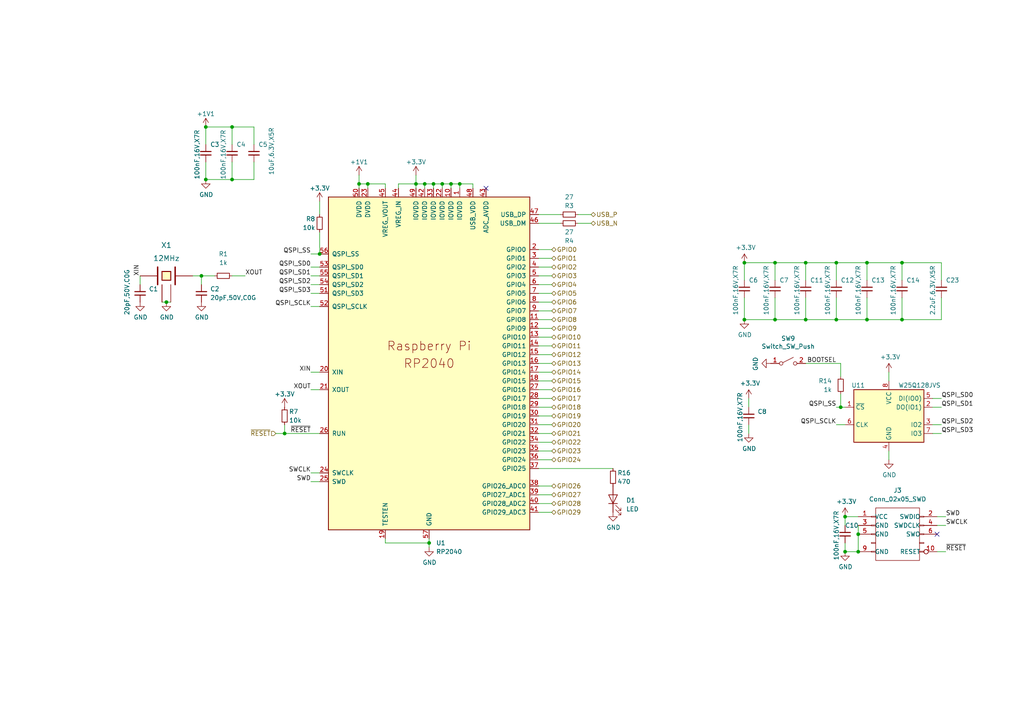
<source format=kicad_sch>
(kicad_sch (version 20211123) (generator eeschema)
  (paper "A4")
  (title_block (date "2021-06-05") (rev "Jun2021"))
  (lib_symbols
    (symbol "jlcpcb-basic-capacitor-0402:100nF,16V,X7R "
      (property "Reference" "C" (at 1.71 0.508 0))
      (property "Value" "100nF,16V,X7R " (at 1.71 -1.016 0))
      (symbol "100nF,16V,X7R _0_0"
        (polyline (pts (xy -1.524 -0.508) (xy 1.524 -0.508)) (stroke (width 0.3048)))
        (polyline (pts (xy -1.524 0.508) (xy 1.524 0.508)) (stroke (width 0.3048)))
        (pin passive line (at 0 2.54 270) (length 2.032) (name "~") (number "1"))
        (pin passive line (at 0 -2.54 90) (length 2.032) (name "~") (number "2"))
      )
    )
    (symbol "jlcpcb-basic-capacitor-0402:10uF,6.3V,X5R "
      (property "Reference" "C" (at 1.71 0.508 0))
      (property "Value" "10uF,6.3V,X5R " (at 1.71 -1.016 0))
      (symbol "10uF,6.3V,X5R _0_0"
        (polyline (pts (xy -1.524 -0.508) (xy 1.524 -0.508)) (stroke (width 0.3048)))
        (polyline (pts (xy -1.524 0.508) (xy 1.524 0.508)) (stroke (width 0.3048)))
        (pin passive line (at 0 2.54 270) (length 2.032) (name "~") (number "1"))
        (pin passive line (at 0 -2.54 90) (length 2.032) (name "~") (number "2"))
      )
    )
    (symbol "jlcpcb-basic-capacitor-0402:2.2uF,6.3V,X5R "
      (property "Reference" "C" (at 1.71 0.508 0))
      (property "Value" "2.2uF,6.3V,X5R " (at 1.71 -1.016 0))
      (symbol "2.2uF,6.3V,X5R _0_0"
        (polyline (pts (xy -1.524 -0.508) (xy 1.524 -0.508)) (stroke (width 0.3048)))
        (polyline (pts (xy -1.524 0.508) (xy 1.524 0.508)) (stroke (width 0.3048)))
        (pin passive line (at 0 2.54 270) (length 2.032) (name "~") (number "1"))
        (pin passive line (at 0 -2.54 90) (length 2.032) (name "~") (number "2"))
      )
    )
    (symbol "jlcpcb-basic-capacitor-0402:20pF,50V,C0G "
      (property "Reference" "C" (at 1.71 0.508 0))
      (property "Value" "20pF,50V,C0G " (at 1.71 -1.016 0))
      (symbol "20pF,50V,C0G _0_0"
        (polyline (pts (xy -1.524 -0.508) (xy 1.524 -0.508)) (stroke (width 0.3048)))
        (polyline (pts (xy -1.524 0.508) (xy 1.524 0.508)) (stroke (width 0.3048)))
        (pin passive line (at 0 2.54 270) (length 2.032) (name "~") (number "1"))
        (pin passive line (at 0 -2.54 90) (length 2.032) (name "~") (number "2"))
      )
    )
    (symbol "jlcpcb-basic-resistor-0402:10k"
      (property "Reference" "R" (at 0.762 0.508 0))
      (property "Value" "10k" (at 0.762 -1.016 0))
      (symbol "10k_0_0"
        (rectangle (start -0.762 1.778) (end 0.762 -1.778) (stroke (width 0.2032)))
        (pin passive line (at 0 2.54 270) (length 0.762) (name "~") (number "1"))
        (pin passive line (at 0 -2.54 90) (length 0.762) (name "~") (number "2"))
      )
    )
    (symbol "jlcpcb-basic-resistor-0402:1k"
      (property "Reference" "R" (at 0.762 0.508 0))
      (property "Value" "1k" (at 0.762 -1.016 0))
      (symbol "1k_0_0"
        (rectangle (start -0.762 1.778) (end 0.762 -1.778) (stroke (width 0.2032)))
        (pin passive line (at 0 2.54 270) (length 0.762) (name "~") (number "1"))
        (pin passive line (at 0 -2.54 90) (length 0.762) (name "~") (number "2"))
      )
    )
    (symbol "jlcpcb-basic-resistor-0402:470"
      (property "Reference" "R" (at 0.762 0.508 0))
      (property "Value" "470" (at 0.762 -1.016 0))
      (symbol "470_0_0"
        (rectangle (start -0.762 1.778) (end 0.762 -1.778) (stroke (width 0.2032)))
        (pin passive line (at 0 2.54 270) (length 0.762) (name "~") (number "1"))
        (pin passive line (at 0 -2.54 90) (length 0.762) (name "~") (number "2"))
      )
    )
    (symbol "jlcpcb-basic-resistor-0603:27"
      (property "Reference" "R" (at 0.762 0.508 0))
      (property "Value" "27" (at 0.762 -1.016 0))
      (symbol "27_0_0"
        (rectangle (start -0.762 1.778) (end 0.762 -1.778) (stroke (width 0.2032)))
        (pin passive line (at 0 2.54 270) (length 0.762) (name "~") (number "1"))
        (pin passive line (at 0 -2.54 90) (length 0.762) (name "~") (number "2"))
      )
    )
    (symbol "power:+1V1" (power) (pin_names (offset 0))
      (property "Value" "+1V1" (at 0 3.556 0))
      (symbol "+1V1_0_1"
        (polyline (pts (xy -0.762 1.27) (xy 0 2.54)))
        (polyline (pts (xy 0 0) (xy 0 2.54)))
        (polyline (pts (xy 0 2.54) (xy 0.762 1.27)))
      )
      (symbol "+1V1_1_1"
        (pin power_in line (at 0 0 90) (length 0) hide (name "+1V1") (number "1"))
      )
    )
    (symbol "power:+3.3V" (power) (pin_names (offset 0))
      (property "Value" "+3.3V" (at 0 3.556 0))
      (symbol "+3.3V_0_1"
        (polyline (pts (xy -0.762 1.27) (xy 0 2.54)))
        (polyline (pts (xy 0 0) (xy 0 2.54)))
        (polyline (pts (xy 0 2.54) (xy 0.762 1.27)))
      )
      (symbol "+3.3V_1_1"
        (pin power_in line (at 0 0 90) (length 0) hide (name "+3.3V") (number "1"))
      )
    )
    (symbol "power:GND" (power) (pin_names (offset 0))
      (property "Value" "GND" (at 0 -3.81 0))
      (symbol "GND_0_1"
        (polyline (pts (xy 0 0) (xy 0 -1.27) (xy 1.27 -1.27) (xy 0 -2.54) (xy -1.27 -1.27) (xy 0 -1.27)))
      )
      (symbol "GND_1_1"
        (pin power_in line (at 0 0 270) (length 0) hide (name "GND") (number "1"))
      )
    )
    (symbol "tom-connectors:Conn_02x05_SWD" (pin_names (offset 1.016))
      (property "Reference" "J" (at 5.08 8.89 0))
      (property "Value" "Conn_02x05_SWD" (at 0 -8.89 0))
      (symbol "Conn_02x05_SWD_0_1"
        (rectangle (start -6.35 7.62) (end 6.35 -7.62))
      )
      (symbol "Conn_02x05_SWD_1_1"
        (rectangle (start -7.62 -4.953) (end -6.35 -5.207) (stroke (width 0.1524)))
        (rectangle (start -7.62 -2.413) (end -6.35 -2.667) (stroke (width 0.1524)))
        (rectangle (start -7.62 0.127) (end -6.35 -0.127) (stroke (width 0.1524)))
        (rectangle (start -7.62 2.667) (end -6.35 2.413) (stroke (width 0.1524)))
        (rectangle (start -7.62 5.207) (end -6.35 4.953) (stroke (width 0.1524)))
        (rectangle (start 7.62 -4.953) (end 6.35 -5.207) (stroke (width 0.1524)))
        (rectangle (start 7.62 -2.413) (end 6.35 -2.667) (stroke (width 0.1524)))
        (rectangle (start 7.62 0.127) (end 6.35 -0.127) (stroke (width 0.1524)))
        (rectangle (start 7.62 2.667) (end 6.35 2.413) (stroke (width 0.1524)))
        (rectangle (start 7.62 5.207) (end 6.35 4.953) (stroke (width 0.1524)))
        (pin power_in line (at -11.43 5.08 0) (length 3.81) (name "VCC") (number "1"))
        (pin bidirectional inverted (at 11.43 -5.08 180) (length 3.81) (name "RESET") (number "10"))
        (pin bidirectional line (at 11.43 5.08 180) (length 3.81) (name "SWDIO") (number "2"))
        (pin passive line (at -11.43 2.54 0) (length 3.81) (name "GND") (number "3"))
        (pin bidirectional line (at 11.43 2.54 180) (length 3.81) (name "SWDCLK") (number "4"))
        (pin passive line (at -11.43 0 0) (length 3.81) (name "GND") (number "5"))
        (pin bidirectional line (at 11.43 0 180) (length 3.81) (name "SWO") (number "6"))
        (pin passive line (at -11.43 -5.08 0) (length 3.81) (name "GND") (number "9"))
      )
    )
    (symbol "tom-mechanical:SW_SPST" (pin_names (offset 0) hide)
      (property "Reference" "SW" (at 0 3.175 0))
      (property "Value" "SW_SPST" (at 0 -2.54 0))
      (symbol "SW_SPST_0_0"
        (circle (center -2.032 0) (radius 0.508))
        (polyline (pts (xy -1.524 0.254) (xy 1.524 1.778)))
        (circle (center 2.032 0) (radius 0.508))
      )
      (symbol "SW_SPST_1_1"
        (pin passive line (at -5.08 0 0) (length 2.54) (name "A") (number "1"))
        (pin passive line (at 5.08 0 180) (length 2.54) (name "B") (number "2"))
      )
    )
    (symbol "tom-opto:LED" (pin_numbers hide) (pin_names (offset 1.016) hide)
      (property "Reference" "D" (at 0 2.54 0))
      (property "Value" "LED" (at 0 -2.54 0))
      (symbol "LED_0_1"
        (polyline (pts (xy -1.27 -1.27) (xy -1.27 1.27)) (stroke (width 0.2032)))
        (polyline (pts (xy -1.27 0) (xy 1.27 0)))
        (polyline (pts (xy 1.27 -1.27) (xy 1.27 1.27) (xy -1.27 0) (xy 1.27 -1.27)) (stroke (width 0.2032)))
        (polyline (pts (xy -3.048 -0.762) (xy -4.572 -2.286) (xy -3.81 -2.286) (xy -4.572 -2.286) (xy -4.572 -1.524)))
        (polyline (pts (xy -1.778 -0.762) (xy -3.302 -2.286) (xy -2.54 -2.286) (xy -3.302 -2.286) (xy -3.302 -1.524)))
      )
      (symbol "LED_1_1"
        (pin passive line (at -3.81 0 0) (length 2.54) (name "K") (number "1"))
        (pin passive line (at 3.81 0 180) (length 2.54) (name "A") (number "2"))
      )
    )
    (symbol "tom-passives:CRYSTAL_4PIN" (pin_numbers hide) (pin_names (offset 1.016) hide)
      (property "Reference" "X" (at 0 3.81 0))
      (property "Value" "CRYSTAL_4PIN" (at 0 -3.81 0))
      (symbol "CRYSTAL_4PIN_0_1"
        (polyline (pts (xy -2.54 2.54) (xy -2.54 -2.54)) (stroke (width 0.4064)))
        (polyline (pts (xy 2.54 2.54) (xy 2.54 -2.54)) (stroke (width 0.4064)))
        (polyline (pts (xy -1.27 1.27) (xy 1.27 1.27) (xy 1.27 -1.27) (xy -1.27 -1.27) (xy -1.27 1.27)) (stroke (width 0.3048)) (fill (type background)))
      )
      (symbol "CRYSTAL_4PIN_1_1"
        (pin passive line (at -7.62 0 0) (length 5.08) (name "1") (number "1"))
        (pin power_in line (at -1.27 -7.62 90) (length 5.08) (name "GND") (number "2"))
        (pin passive line (at 7.62 0 180) (length 5.08) (name "3") (number "3"))
        (pin power_in line (at 1.27 -7.62 90) (length 5.08) (name "GND") (number "4"))
      )
    )
    (symbol "tom-semiconductors:RP2040" (pin_names (offset 1.016))
      (property "Reference" "U" (at -29.21 49.53 0))
      (property "Value" "RP2040" (at 24.13 -49.53 0))
      (symbol "RP2040_0_0"
        (text "Raspberry Pi" (at 0 5.08 0) (effects (font (size 2.54 2.54))))
        (text "RP2040" (at 0 0 0) (effects (font (size 2.54 2.54))))
      )
      (symbol "RP2040_0_1"
        (rectangle (start 29.21 48.26) (end -29.21 -48.26) (stroke (width 0.254)) (fill (type background)))
      )
      (symbol "RP2040_1_1"
        (pin power_in line (at 8.89 50.8 270) (length 2.54) (name "IOVDD") (number "1"))
        (pin power_in line (at 6.35 50.8 270) (length 2.54) (name "IOVDD") (number "10"))
        (pin bidirectional line (at 31.75 12.7 180) (length 2.54) (name "GPIO8") (number "11"))
        (pin bidirectional line (at 31.75 10.16 180) (length 2.54) (name "GPIO9") (number "12"))
        (pin bidirectional line (at 31.75 7.62 180) (length 2.54) (name "GPIO10") (number "13"))
        (pin bidirectional line (at 31.75 5.08 180) (length 2.54) (name "GPIO11") (number "14"))
        (pin bidirectional line (at 31.75 2.54 180) (length 2.54) (name "GPIO12") (number "15"))
        (pin bidirectional line (at 31.75 0 180) (length 2.54) (name "GPIO13") (number "16"))
        (pin bidirectional line (at 31.75 -2.54 180) (length 2.54) (name "GPIO14") (number "17"))
        (pin bidirectional line (at 31.75 -5.08 180) (length 2.54) (name "GPIO15") (number "18"))
        (pin passive line (at -12.7 -50.8 90) (length 2.54) (name "TESTEN") (number "19"))
        (pin bidirectional line (at 31.75 33.02 180) (length 2.54) (name "GPIO0") (number "2"))
        (pin input line (at -31.75 -2.54 0) (length 2.54) (name "XIN") (number "20"))
        (pin passive line (at -31.75 -7.62 0) (length 2.54) (name "XOUT") (number "21"))
        (pin power_in line (at 3.81 50.8 270) (length 2.54) (name "IOVDD") (number "22"))
        (pin power_in line (at -17.78 50.8 270) (length 2.54) (name "DVDD") (number "23"))
        (pin output line (at -31.75 -31.75 0) (length 2.54) (name "SWCLK") (number "24"))
        (pin bidirectional line (at -31.75 -34.29 0) (length 2.54) (name "SWD") (number "25"))
        (pin input line (at -31.75 -20.32 0) (length 2.54) (name "RUN") (number "26"))
        (pin bidirectional line (at 31.75 -7.62 180) (length 2.54) (name "GPIO16") (number "27"))
        (pin bidirectional line (at 31.75 -10.16 180) (length 2.54) (name "GPIO17") (number "28"))
        (pin bidirectional line (at 31.75 -12.7 180) (length 2.54) (name "GPIO18") (number "29"))
        (pin bidirectional line (at 31.75 30.48 180) (length 2.54) (name "GPIO1") (number "3"))
        (pin bidirectional line (at 31.75 -15.24 180) (length 2.54) (name "GPIO19") (number "30"))
        (pin bidirectional line (at 31.75 -17.78 180) (length 2.54) (name "GPIO20") (number "31"))
        (pin bidirectional line (at 31.75 -20.32 180) (length 2.54) (name "GPIO21") (number "32"))
        (pin power_in line (at 1.27 50.8 270) (length 2.54) (name "IOVDD") (number "33"))
        (pin bidirectional line (at 31.75 -22.86 180) (length 2.54) (name "GPIO22") (number "34"))
        (pin bidirectional line (at 31.75 -25.4 180) (length 2.54) (name "GPIO23") (number "35"))
        (pin bidirectional line (at 31.75 -27.94 180) (length 2.54) (name "GPIO24") (number "36"))
        (pin bidirectional line (at 31.75 -30.48 180) (length 2.54) (name "GPIO25") (number "37"))
        (pin bidirectional line (at 31.75 -35.56 180) (length 2.54) (name "GPIO26_ADC0") (number "38"))
        (pin bidirectional line (at 31.75 -38.1 180) (length 2.54) (name "GPIO27_ADC1") (number "39"))
        (pin bidirectional line (at 31.75 27.94 180) (length 2.54) (name "GPIO2") (number "4"))
        (pin bidirectional line (at 31.75 -40.64 180) (length 2.54) (name "GPIO28_ADC2") (number "40"))
        (pin bidirectional line (at 31.75 -43.18 180) (length 2.54) (name "GPIO29_ADC3") (number "41"))
        (pin power_in line (at -1.27 50.8 270) (length 2.54) (name "IOVDD") (number "42"))
        (pin power_in line (at 16.51 50.8 270) (length 2.54) (name "ADC_AVDD") (number "43"))
        (pin power_in line (at -8.89 50.8 270) (length 2.54) (name "VREG_IN") (number "44"))
        (pin power_out line (at -12.7 50.8 270) (length 2.54) (name "VREG_VOUT") (number "45"))
        (pin bidirectional line (at 31.75 40.64 180) (length 2.54) (name "USB_DM") (number "46"))
        (pin bidirectional line (at 31.75 43.18 180) (length 2.54) (name "USB_DP") (number "47"))
        (pin power_in line (at 12.7 50.8 270) (length 2.54) (name "USB_VDD") (number "48"))
        (pin power_in line (at -3.81 50.8 270) (length 2.54) (name "IOVDD") (number "49"))
        (pin bidirectional line (at 31.75 25.4 180) (length 2.54) (name "GPIO3") (number "5"))
        (pin power_in line (at -20.32 50.8 270) (length 2.54) (name "DVDD") (number "50"))
        (pin bidirectional line (at -31.75 20.32 0) (length 2.54) (name "QSPI_SD3") (number "51"))
        (pin output line (at -31.75 16.51 0) (length 2.54) (name "QSPI_SCLK") (number "52"))
        (pin bidirectional line (at -31.75 27.94 0) (length 2.54) (name "QSPI_SD0") (number "53"))
        (pin bidirectional line (at -31.75 22.86 0) (length 2.54) (name "QSPI_SD2") (number "54"))
        (pin bidirectional line (at -31.75 25.4 0) (length 2.54) (name "QSPI_SD1") (number "55"))
        (pin bidirectional line (at -31.75 31.75 0) (length 2.54) (name "QSPI_SS") (number "56"))
        (pin power_in line (at 0 -50.8 90) (length 2.54) (name "GND") (number "57"))
        (pin bidirectional line (at 31.75 22.86 180) (length 2.54) (name "GPIO4") (number "6"))
        (pin bidirectional line (at 31.75 20.32 180) (length 2.54) (name "GPIO5") (number "7"))
        (pin bidirectional line (at 31.75 17.78 180) (length 2.54) (name "GPIO6") (number "8"))
        (pin bidirectional line (at 31.75 15.24 180) (length 2.54) (name "GPIO7") (number "9"))
      )
    )
    (symbol "tom-semiconductors:W25Q128JVS"
      (property "Reference" "U" (at -8.89 8.89 0))
      (property "Value" "W25Q128JVS" (at 7.62 8.89 0))
      (symbol "W25Q128JVS_0_1"
        (rectangle (start -10.16 7.62) (end 10.16 -7.62) (stroke (width 0.254)) (fill (type background)))
      )
      (symbol "W25Q128JVS_1_1"
        (pin input line (at -12.7 2.54 0) (length 2.54) (name "~{CS}") (number "1"))
        (pin bidirectional line (at 12.7 2.54 180) (length 2.54) (name "DO(IO1)") (number "2"))
        (pin bidirectional line (at 12.7 -2.54 180) (length 2.54) (name "IO2") (number "3"))
        (pin power_in line (at 0 -10.16 90) (length 2.54) (name "GND") (number "4"))
        (pin bidirectional line (at 12.7 5.08 180) (length 2.54) (name "DI(IO0)") (number "5"))
        (pin input line (at -12.7 -2.54 0) (length 2.54) (name "CLK") (number "6"))
        (pin bidirectional line (at 12.7 -5.08 180) (length 2.54) (name "IO3") (number "7"))
        (pin power_in line (at 0 10.16 270) (length 2.54) (name "VCC") (number "8"))
      )
    )
  )
  (junction (at 59.69 36.83))
  (junction (at 233.68 92.71))
  (junction (at 248.92 160.02))
  (junction (at 224.79 76.2))
  (junction (at 261.62 92.71))
  (junction (at 92.71 73.66))
  (junction (at 67.31 52.07))
  (junction (at 130.81 53.34))
  (junction (at 251.46 92.71))
  (junction (at 215.9 76.2))
  (junction (at 120.65 53.34))
  (junction (at 48.26 87.63))
  (junction (at 106.68 53.34))
  (junction (at 123.19 53.34))
  (junction (at 67.31 36.83))
  (junction (at 125.73 53.34))
  (junction (at 245.11 149.86))
  (junction (at 124.46 157.48))
  (junction (at 58.42 80.01))
  (junction (at 215.9 92.71))
  (junction (at 128.27 53.34))
  (junction (at 224.79 92.71))
  (junction (at 59.69 52.07))
  (junction (at 104.14 53.34))
  (junction (at 82.55 125.73))
  (junction (at 133.35 53.34))
  (junction (at 261.62 76.2))
  (junction (at 242.57 76.2))
  (junction (at 245.11 160.02))
  (junction (at 242.57 92.71))
  (junction (at 251.46 76.2))
  (junction (at 248.92 154.94))
  (junction (at 233.68 76.2))
  (junction (at 243.84 118.11))
  (no_connect (at 140.97 54.61))
  (no_connect (at 271.78 154.94))
  (wire (pts (xy 156.21 125.73) (xy 160.02 125.73)))
  (wire (pts (xy 133.35 53.34) (xy 137.16 53.34)))
  (wire (pts (xy 243.84 118.11) (xy 245.11 118.11)))
  (wire (pts (xy 156.21 133.35) (xy 160.02 133.35)))
  (wire (pts (xy 167.64 64.77) (xy 171.45 64.77)))
  (wire (pts (xy 261.62 86.36) (xy 261.62 92.71)))
  (wire (pts (xy 271.78 152.4) (xy 274.32 152.4)))
  (wire (pts (xy 248.92 152.4) (xy 248.92 154.94)))
  (wire (pts (xy 90.17 88.9) (xy 92.71 88.9)))
  (wire (pts (xy 48.26 87.63) (xy 49.53 87.63)))
  (wire (pts (xy 67.31 80.01) (xy 71.12 80.01)))
  (wire (pts (xy 273.05 92.71) (xy 261.62 92.71)))
  (wire (pts (xy 90.17 137.16) (xy 92.71 137.16)))
  (wire (pts (xy 80.01 125.73) (xy 82.55 125.73)))
  (wire (pts (xy 90.17 113.03) (xy 92.71 113.03)))
  (wire (pts (xy 251.46 92.71) (xy 261.62 92.71)))
  (wire (pts (xy 215.9 76.2) (xy 224.79 76.2)))
  (wire (pts (xy 217.17 123.19) (xy 217.17 125.73)))
  (wire (pts (xy 124.46 157.48) (xy 124.46 158.75)))
  (wire (pts (xy 233.68 86.36) (xy 233.68 92.71)))
  (wire (pts (xy 106.68 53.34) (xy 106.68 54.61)))
  (wire (pts (xy 156.21 115.57) (xy 160.02 115.57)))
  (wire (pts (xy 156.21 100.33) (xy 160.02 100.33)))
  (wire (pts (xy 233.68 76.2) (xy 242.57 76.2)))
  (wire (pts (xy 92.71 67.31) (xy 92.71 73.66)))
  (wire (pts (xy 123.19 53.34) (xy 123.19 54.61)))
  (wire (pts (xy 90.17 77.47) (xy 92.71 77.47)))
  (wire (pts (xy 160.02 72.39) (xy 156.21 72.39)))
  (wire (pts (xy 251.46 76.2) (xy 251.46 81.28)))
  (wire (pts (xy 156.21 135.89) (xy 177.8 135.89)))
  (wire (pts (xy 156.21 97.79) (xy 160.02 97.79)))
  (wire (pts (xy 123.19 53.34) (xy 125.73 53.34)))
  (wire (pts (xy 106.68 53.34) (xy 111.76 53.34)))
  (wire (pts (xy 257.81 107.95) (xy 257.81 110.49)))
  (wire (pts (xy 270.51 118.11) (xy 273.05 118.11)))
  (wire (pts (xy 111.76 156.21) (xy 111.76 157.48)))
  (wire (pts (xy 59.69 36.83) (xy 67.31 36.83)))
  (wire (pts (xy 273.05 86.36) (xy 273.05 92.71)))
  (wire (pts (xy 111.76 157.48) (xy 124.46 157.48)))
  (wire (pts (xy 125.73 53.34) (xy 128.27 53.34)))
  (wire (pts (xy 59.69 41.91) (xy 59.69 36.83)))
  (wire (pts (xy 128.27 53.34) (xy 128.27 54.61)))
  (wire (pts (xy 261.62 76.2) (xy 261.62 81.28)))
  (wire (pts (xy 215.9 86.36) (xy 215.9 92.71)))
  (wire (pts (xy 217.17 115.57) (xy 217.17 118.11)))
  (wire (pts (xy 90.17 107.95) (xy 92.71 107.95)))
  (wire (pts (xy 90.17 139.7) (xy 92.71 139.7)))
  (wire (pts (xy 167.64 62.23) (xy 171.45 62.23)))
  (wire (pts (xy 156.21 95.25) (xy 160.02 95.25)))
  (wire (pts (xy 156.21 90.17) (xy 160.02 90.17)))
  (wire (pts (xy 115.57 54.61) (xy 115.57 53.34)))
  (wire (pts (xy 137.16 53.34) (xy 137.16 54.61)))
  (wire (pts (xy 245.11 160.02) (xy 248.92 160.02)))
  (wire (pts (xy 245.11 149.86) (xy 248.92 149.86)))
  (wire (pts (xy 251.46 86.36) (xy 251.46 92.71)))
  (wire (pts (xy 59.69 52.07) (xy 67.31 52.07)))
  (wire (pts (xy 160.02 74.93) (xy 156.21 74.93)))
  (wire (pts (xy 156.21 123.19) (xy 160.02 123.19)))
  (wire (pts (xy 124.46 156.21) (xy 124.46 157.48)))
  (wire (pts (xy 67.31 46.99) (xy 67.31 52.07)))
  (wire (pts (xy 59.69 46.99) (xy 59.69 52.07)))
  (wire (pts (xy 242.57 76.2) (xy 242.57 81.28)))
  (wire (pts (xy 40.64 80.01) (xy 40.64 82.55)))
  (wire (pts (xy 224.79 76.2) (xy 233.68 76.2)))
  (wire (pts (xy 156.21 64.77) (xy 162.56 64.77)))
  (wire (pts (xy 156.21 105.41) (xy 160.02 105.41)))
  (wire (pts (xy 233.68 92.71) (xy 242.57 92.71)))
  (wire (pts (xy 90.17 85.09) (xy 92.71 85.09)))
  (wire (pts (xy 251.46 76.2) (xy 261.62 76.2)))
  (wire (pts (xy 215.9 76.2) (xy 215.9 81.28)))
  (wire (pts (xy 58.42 80.01) (xy 55.88 80.01)))
  (wire (pts (xy 215.9 92.71) (xy 224.79 92.71)))
  (wire (pts (xy 271.78 149.86) (xy 274.32 149.86)))
  (wire (pts (xy 271.78 160.02) (xy 274.32 160.02)))
  (wire (pts (xy 243.84 114.3) (xy 243.84 118.11)))
  (wire (pts (xy 125.73 53.34) (xy 125.73 54.61)))
  (wire (pts (xy 90.17 73.66) (xy 92.71 73.66)))
  (wire (pts (xy 73.66 36.83) (xy 73.66 41.91)))
  (wire (pts (xy 115.57 53.34) (xy 120.65 53.34)))
  (wire (pts (xy 156.21 82.55) (xy 160.02 82.55)))
  (wire (pts (xy 133.35 53.34) (xy 133.35 54.61)))
  (wire (pts (xy 273.05 76.2) (xy 273.05 81.28)))
  (wire (pts (xy 156.21 107.95) (xy 160.02 107.95)))
  (wire (pts (xy 224.79 92.71) (xy 233.68 92.71)))
  (wire (pts (xy 120.65 53.34) (xy 123.19 53.34)))
  (wire (pts (xy 257.81 130.81) (xy 257.81 133.35)))
  (wire (pts (xy 156.21 85.09) (xy 160.02 85.09)))
  (wire (pts (xy 73.66 46.99) (xy 73.66 52.07)))
  (wire (pts (xy 233.68 76.2) (xy 233.68 81.28)))
  (wire (pts (xy 104.14 54.61) (xy 104.14 53.34)))
  (wire (pts (xy 156.21 140.97) (xy 160.02 140.97)))
  (wire (pts (xy 82.55 125.73) (xy 92.71 125.73)))
  (wire (pts (xy 156.21 148.59) (xy 160.02 148.59)))
  (wire (pts (xy 67.31 36.83) (xy 73.66 36.83)))
  (wire (pts (xy 245.11 149.86) (xy 245.11 152.4)))
  (wire (pts (xy 58.42 80.01) (xy 58.42 82.55)))
  (wire (pts (xy 224.79 86.36) (xy 224.79 92.71)))
  (wire (pts (xy 160.02 102.87) (xy 156.21 102.87)))
  (wire (pts (xy 156.21 80.01) (xy 160.02 80.01)))
  (wire (pts (xy 224.79 76.2) (xy 224.79 81.28)))
  (wire (pts (xy 160.02 118.11) (xy 156.21 118.11)))
  (wire (pts (xy 58.42 80.01) (xy 62.23 80.01)))
  (wire (pts (xy 120.65 50.8) (xy 120.65 53.34)))
  (wire (pts (xy 270.51 115.57) (xy 273.05 115.57)))
  (wire (pts (xy 242.57 86.36) (xy 242.57 92.71)))
  (wire (pts (xy 120.65 54.61) (xy 120.65 53.34)))
  (wire (pts (xy 242.57 118.11) (xy 243.84 118.11)))
  (wire (pts (xy 67.31 52.07) (xy 73.66 52.07)))
  (wire (pts (xy 90.17 82.55) (xy 92.71 82.55)))
  (wire (pts (xy 67.31 36.83) (xy 67.31 41.91)))
  (wire (pts (xy 82.55 123.19) (xy 82.55 125.73)))
  (wire (pts (xy 270.51 125.73) (xy 273.05 125.73)))
  (wire (pts (xy 104.14 53.34) (xy 106.68 53.34)))
  (wire (pts (xy 156.21 110.49) (xy 160.02 110.49)))
  (wire (pts (xy 111.76 53.34) (xy 111.76 54.61)))
  (wire (pts (xy 128.27 53.34) (xy 130.81 53.34)))
  (wire (pts (xy 156.21 128.27) (xy 160.02 128.27)))
  (wire (pts (xy 160.02 92.71) (xy 156.21 92.71)))
  (wire (pts (xy 242.57 123.19) (xy 245.11 123.19)))
  (wire (pts (xy 245.11 157.48) (xy 245.11 160.02)))
  (wire (pts (xy 46.99 87.63) (xy 48.26 87.63)))
  (wire (pts (xy 156.21 143.51) (xy 160.02 143.51)))
  (wire (pts (xy 156.21 62.23) (xy 162.56 62.23)))
  (wire (pts (xy 92.71 58.42) (xy 92.71 62.23)))
  (wire (pts (xy 156.21 130.81) (xy 160.02 130.81)))
  (wire (pts (xy 156.21 120.65) (xy 160.02 120.65)))
  (wire (pts (xy 243.84 105.41) (xy 243.84 109.22)))
  (wire (pts (xy 130.81 53.34) (xy 133.35 53.34)))
  (wire (pts (xy 90.17 80.01) (xy 92.71 80.01)))
  (wire (pts (xy 130.81 53.34) (xy 130.81 54.61)))
  (wire (pts (xy 156.21 87.63) (xy 160.02 87.63)))
  (wire (pts (xy 233.68 105.41) (xy 243.84 105.41)))
  (wire (pts (xy 156.21 146.05) (xy 160.02 146.05)))
  (wire (pts (xy 156.21 77.47) (xy 160.02 77.47)))
  (wire (pts (xy 156.21 113.03) (xy 160.02 113.03)))
  (wire (pts (xy 261.62 76.2) (xy 273.05 76.2)))
  (wire (pts (xy 242.57 92.71) (xy 251.46 92.71)))
  (wire (pts (xy 242.57 76.2) (xy 251.46 76.2)))
  (wire (pts (xy 248.92 154.94) (xy 248.92 160.02)))
  (wire (pts (xy 104.14 50.8) (xy 104.14 53.34)))
  (wire (pts (xy 270.51 123.19) (xy 273.05 123.19)))
  (label "SWD" (at 274.32 149.86 0))
  (label "XOUT" (at 90.17 113.03 180))
  (label "QSPI_SD3" (at 90.17 85.09 180))
  (label "~{RESET}" (at 90.17 125.73 180))
  (label "QSPI_SCLK" (at 90.17 88.9 180))
  (label "XIN" (at 40.64 80.01 90))
  (label "QSPI_SD1" (at 273.05 118.11 0))
  (label "QSPI_SD3" (at 273.05 125.73 0))
  (label "XOUT" (at 71.12 80.01 0))
  (label "QSPI_SS" (at 242.57 118.11 180))
  (label "QSPI_SD2" (at 273.05 123.19 0))
  (label "QSPI_SD2" (at 90.17 82.55 180))
  (label "SWD" (at 90.17 139.7 180))
  (label "~{RESET}" (at 274.32 160.02 0))
  (label "QSPI_SD0" (at 273.05 115.57 0))
  (label "SWCLK" (at 90.17 137.16 180))
  (label "QSPI_SS" (at 90.17 73.66 180))
  (label "QSPI_SD1" (at 90.17 80.01 180))
  (label "QSPI_SD0" (at 90.17 77.47 180))
  (label "QSPI_SCLK" (at 242.57 123.19 180))
  (label "BOOTSEL" (at 242.57 105.41 180))
  (label "XIN" (at 90.17 107.95 180))
  (label "SWCLK" (at 274.32 152.4 0))
  (hierarchical_label "GPIO23" (shape bidirectional) (at 160.02 130.81 0))
  (hierarchical_label "GPIO24" (shape bidirectional) (at 160.02 133.35 0))
  (hierarchical_label "GPIO15" (shape bidirectional) (at 160.02 110.49 0))
  (hierarchical_label "GPIO8" (shape bidirectional) (at 160.02 92.71 0))
  (hierarchical_label "GPIO1" (shape bidirectional) (at 160.02 74.93 0))
  (hierarchical_label "~{RESET}" (shape input) (at 80.01 125.73 180))
  (hierarchical_label "GPIO14" (shape bidirectional) (at 160.02 107.95 0))
  (hierarchical_label "GPIO27" (shape bidirectional) (at 160.02 143.51 0))
  (hierarchical_label "GPIO4" (shape bidirectional) (at 160.02 82.55 0))
  (hierarchical_label "GPIO7" (shape bidirectional) (at 160.02 90.17 0))
  (hierarchical_label "USB_N" (shape bidirectional) (at 171.45 64.77 0))
  (hierarchical_label "GPIO5" (shape bidirectional) (at 160.02 85.09 0))
  (hierarchical_label "GPIO21" (shape bidirectional) (at 160.02 125.73 0))
  (hierarchical_label "GPIO16" (shape bidirectional) (at 160.02 113.03 0))
  (hierarchical_label "GPIO17" (shape bidirectional) (at 160.02 115.57 0))
  (hierarchical_label "GPIO11" (shape bidirectional) (at 160.02 100.33 0))
  (hierarchical_label "GPIO10" (shape bidirectional) (at 160.02 97.79 0))
  (hierarchical_label "GPIO2" (shape bidirectional) (at 160.02 77.47 0))
  (hierarchical_label "GPIO20" (shape bidirectional) (at 160.02 123.19 0))
  (hierarchical_label "GPIO12" (shape bidirectional) (at 160.02 102.87 0))
  (hierarchical_label "GPIO22" (shape bidirectional) (at 160.02 128.27 0))
  (hierarchical_label "GPIO19" (shape bidirectional) (at 160.02 120.65 0))
  (hierarchical_label "GPIO0" (shape bidirectional) (at 160.02 72.39 0))
  (hierarchical_label "GPIO29" (shape bidirectional) (at 159.9978 148.59 0))
  (hierarchical_label "GPIO3" (shape bidirectional) (at 160.02 80.01 0))
  (hierarchical_label "GPIO26" (shape bidirectional) (at 160.02 140.97 0))
  (hierarchical_label "GPIO13" (shape bidirectional) (at 160.02 105.41 0))
  (hierarchical_label "USB_P" (shape bidirectional) (at 171.45 62.23 0))
  (hierarchical_label "GPIO18" (shape bidirectional) (at 160.02 118.11 0))
  (hierarchical_label "GPIO28" (shape bidirectional) (at 160.02 146.05 0))
  (hierarchical_label "GPIO6" (shape bidirectional) (at 160.02 87.63 0))
  (hierarchical_label "GPIO9" (shape bidirectional) (at 160.02 95.25 0))
  (symbol (lib_id "power:GND") (at 40.64 87.63 0) (unit 1)
    (property "Reference" "#PWR0105" (effects hide))
    (property "Value" "GND" (at 40.767 92.0242 0))
  )
  (symbol (lib_id "power:GND") (at 58.42 87.63 0) (unit 1)
    (property "Reference" "#PWR0106" (effects hide))
    (property "Value" "GND" (at 58.547 92.0242 0))
  )
  (symbol (lib_id "power:GND") (at 59.69 52.07 0) (unit 1)
    (property "Reference" "#PWR0116" (effects hide))
    (property "Value" "GND" (at 59.817 56.4642 0))
  )
  (symbol (lib_id "tom-semiconductors:W25Q128JVS") (at 257.81 120.65 0) (unit 1)
    (property "Reference" "U11" (at 248.92 111.76 0))
    (property "Value" "W25Q128JVS" (at 266.7 111.76 0))
    (property "Footprint" "tom-semiconductors:SOIC-8_5.23x5.23mm_P1.27mm" (effects hide))
    (property "Datasheet" "http://www.winbond.com/resource-files/w25q32jv%20revg%2003272018%20plus.pdf" (effects hide))
    (property "LCSC" "C97521" (effects hide))
  )
  (symbol (lib_id "power:+3.3V") (at 217.17 115.57 0) (unit 1)
    (property "Reference" "#PWR0159" (effects hide))
    (property "Value" "+3.3V" (at 217.551 111.1758 0))
  )
  (symbol (lib_id "power:GND") (at 217.17 125.73 0) (unit 1)
    (property "Reference" "#PWR0160" (effects hide))
    (property "Value" "GND" (at 217.297 130.1242 0))
  )
  (symbol (lib_id "power:+3.3V") (at 215.9 76.2 0) (unit 1)
    (property "Reference" "#PWR0155" (effects hide))
    (property "Value" "+3.3V" (at 216.281 71.8058 0))
  )
  (symbol (lib_id "power:GND") (at 215.9 92.71 0) (unit 1)
    (property "Reference" "#PWR0156" (effects hide))
    (property "Value" "GND" (at 216.027 97.1042 0))
  )
  (symbol (lib_id "power:GND") (at 48.26 87.63 0) (unit 1)
    (property "Reference" "#PWR0112" (effects hide))
    (property "Value" "GND" (at 48.387 92.0242 0))
  )
  (symbol (lib_id "jlcpcb-basic-capacitor-0402:100nF,16V,X7R ") (at 242.57 83.82 0) (unit 1)
    (property "Reference" "C12" (at 243.84 81.28 0) (effects (justify left)))
    (property "Value" "100nF,16V,X7R " (at 240.03 91.44 90) (effects (justify left)))
    (property "Footprint" "C_0402_1005Metric" (effects hide))
    (property "Datasheet" "https://datasheet.lcsc.com/lcsc/1810191219_Samsung-Electro-Mechanics-CL05B104KO5NNNC_C1525.pdf" (effects hide))
    (property "LCSC" "C1525" (effects hide))
    (property "MFG" "Samsung Electro-Mechanics" (effects hide))
    (property "MFGPN" "CL05B104KO5NNNC" (effects hide))
  )
  (symbol (lib_id "power:GND") (at 124.46 158.75 0) (unit 1)
    (property "Reference" "#PWR0107" (effects hide))
    (property "Value" "GND" (at 124.587 163.1442 0))
  )
  (symbol (lib_id "power:GND") (at 223.52 105.41 270) (unit 1)
    (property "Reference" "#PWR0103" (effects hide))
    (property "Value" "GND" (at 219.1258 105.537 0))
  )
  (symbol (lib_id "jlcpcb-basic-capacitor-0402:20pF,50V,C0G ") (at 58.42 85.09 0) (unit 1)
    (property "Reference" "C2" (at 60.96 83.8199 0) (effects (justify left)))
    (property "Value" "20pF,50V,C0G " (at 60.96 86.3599 0) (effects (justify left)))
    (property "Footprint" "C_0402_1005Metric" (effects hide))
    (property "Datasheet" "https://datasheet.lcsc.com/lcsc/1811141710_FH-Guangdong-Fenghua-Advanced-Tech-0402CG200J500NT_C1554.pdf" (effects hide))
    (property "LCSC" "C1554" (effects hide))
    (property "MFG" "FH(Guangdong Fenghua Advanced Tech)" (effects hide))
    (property "MFGPN" "0402CG200J500NT" (effects hide))
  )
  (symbol (lib_id "tom-opto:LED") (at 177.8 144.78 90) (unit 1)
    (property "Reference" "D1" (at 181.61 145.1101 90) (effects (justify right)))
    (property "Value" "LED" (at 181.61 147.6501 90) (effects (justify right)))
    (property "Footprint" "tom-opto:LED_0805_2012Metric" (effects hide))
    (property "LCSC" "C2290" (effects hide))
  )
  (symbol (lib_id "jlcpcb-basic-capacitor-0402:100nF,16V,X7R ") (at 59.69 44.45 0) (unit 1)
    (property "Reference" "C3" (at 60.96 41.91 0) (effects (justify left)))
    (property "Value" "100nF,16V,X7R " (at 57.15 52.07 90) (effects (justify left)))
    (property "Footprint" "C_0402_1005Metric" (effects hide))
    (property "Datasheet" "https://datasheet.lcsc.com/lcsc/1810191219_Samsung-Electro-Mechanics-CL05B104KO5NNNC_C1525.pdf" (effects hide))
    (property "LCSC" "C1525" (effects hide))
    (property "MFG" "Samsung Electro-Mechanics" (effects hide))
    (property "MFGPN" "CL05B104KO5NNNC" (effects hide))
  )
  (symbol (lib_id "jlcpcb-basic-capacitor-0402:100nF,16V,X7R ") (at 217.17 120.65 0) (unit 1)
    (property "Reference" "C8" (at 219.71 119.3799 0) (effects (justify left)))
    (property "Value" "100nF,16V,X7R " (at 214.63 128.27 90) (effects (justify left)))
    (property "Footprint" "C_0402_1005Metric" (effects hide))
    (property "Datasheet" "https://datasheet.lcsc.com/lcsc/1810191219_Samsung-Electro-Mechanics-CL05B104KO5NNNC_C1525.pdf" (effects hide))
    (property "LCSC" "C1525" (effects hide))
    (property "MFG" "Samsung Electro-Mechanics" (effects hide))
    (property "MFGPN" "CL05B104KO5NNNC" (effects hide))
  )
  (symbol (lib_id "jlcpcb-basic-capacitor-0402:20pF,50V,C0G ") (at 40.64 85.09 0) (unit 1)
    (property "Reference" "C1" (at 43.18 83.8199 0) (effects (justify left)))
    (property "Value" "20pF,50V,C0G " (at 36.83 91.44 90) (effects (justify left)))
    (property "Footprint" "C_0402_1005Metric" (effects hide))
    (property "Datasheet" "https://datasheet.lcsc.com/lcsc/1811141710_FH-Guangdong-Fenghua-Advanced-Tech-0402CG200J500NT_C1554.pdf" (effects hide))
    (property "LCSC" "C1554" (effects hide))
    (property "MFG" "FH(Guangdong Fenghua Advanced Tech)" (effects hide))
    (property "MFGPN" "0402CG200J500NT" (effects hide))
  )
  (symbol (lib_id "jlcpcb-basic-capacitor-0402:100nF,16V,X7R ") (at 233.68 83.82 0) (unit 1)
    (property "Reference" "C11" (at 234.95 81.28 0) (effects (justify left)))
    (property "Value" "100nF,16V,X7R " (at 231.14 91.44 90) (effects (justify left)))
    (property "Footprint" "C_0402_1005Metric" (effects hide))
    (property "Datasheet" "https://datasheet.lcsc.com/lcsc/1810191219_Samsung-Electro-Mechanics-CL05B104KO5NNNC_C1525.pdf" (effects hide))
    (property "LCSC" "C1525" (effects hide))
    (property "MFG" "Samsung Electro-Mechanics" (effects hide))
    (property "MFGPN" "CL05B104KO5NNNC" (effects hide))
  )
  (symbol (lib_id "jlcpcb-basic-capacitor-0402:2.2uF,6.3V,X5R ") (at 273.05 83.82 0) (unit 1)
    (property "Reference" "C23" (at 274.32 81.28 0) (effects (justify left)))
    (property "Value" "2.2uF,6.3V,X5R " (at 270.51 91.44 90) (effects (justify left)))
    (property "Footprint" "C_0402_1005Metric" (effects hide))
    (property "Datasheet" "https://datasheet.lcsc.com/lcsc/1811021410_Samsung-Electro-Mechanics-CL05A225MQ5NSNC_C12530.pdf" (effects hide))
    (property "LCSC" "C12530" (effects hide))
    (property "MFG" "Samsung Electro-Mechanics" (effects hide))
    (property "MFGPN" "CL05A225MQ5NSNC" (effects hide))
  )
  (symbol (lib_id "jlcpcb-basic-capacitor-0402:100nF,16V,X7R ") (at 245.11 154.94 0) (unit 1)
    (property "Reference" "C10" (at 245.11 152.4 0) (effects (justify left)))
    (property "Value" "100nF,16V,X7R " (at 242.57 162.56 90) (effects (justify left)))
    (property "Footprint" "C_0402_1005Metric" (effects hide))
    (property "Datasheet" "https://datasheet.lcsc.com/lcsc/1810191219_Samsung-Electro-Mechanics-CL05B104KO5NNNC_C1525.pdf" (effects hide))
    (property "LCSC" "C1525" (effects hide))
    (property "MFG" "Samsung Electro-Mechanics" (effects hide))
    (property "MFGPN" "CL05B104KO5NNNC" (effects hide))
  )
  (symbol (lib_id "jlcpcb-basic-capacitor-0402:100nF,16V,X7R ") (at 67.31 44.45 0) (unit 1)
    (property "Reference" "C4" (at 68.58 41.91 0) (effects (justify left)))
    (property "Value" "100nF,16V,X7R " (at 64.77 52.07 90) (effects (justify left)))
    (property "Footprint" "C_0402_1005Metric" (effects hide))
    (property "Datasheet" "https://datasheet.lcsc.com/lcsc/1810191219_Samsung-Electro-Mechanics-CL05B104KO5NNNC_C1525.pdf" (effects hide))
    (property "LCSC" "C1525" (effects hide))
    (property "MFG" "Samsung Electro-Mechanics" (effects hide))
    (property "MFGPN" "CL05B104KO5NNNC" (effects hide))
  )
  (symbol (lib_id "jlcpcb-basic-capacitor-0402:100nF,16V,X7R ") (at 261.62 83.82 0) (unit 1)
    (property "Reference" "C14" (at 262.89 81.28 0) (effects (justify left)))
    (property "Value" "100nF,16V,X7R " (at 259.08 91.44 90) (effects (justify left)))
    (property "Footprint" "C_0402_1005Metric" (effects hide))
    (property "Datasheet" "https://datasheet.lcsc.com/lcsc/1810191219_Samsung-Electro-Mechanics-CL05B104KO5NNNC_C1525.pdf" (effects hide))
    (property "LCSC" "C1525" (effects hide))
    (property "MFG" "Samsung Electro-Mechanics" (effects hide))
    (property "MFGPN" "CL05B104KO5NNNC" (effects hide))
  )
  (symbol (lib_id "power:GND") (at 245.11 160.02 0) (unit 1)
    (property "Reference" "#PWR0110" (effects hide))
    (property "Value" "GND" (at 245.237 164.4142 0))
  )
  (symbol (lib_id "jlcpcb-basic-resistor-0402:1k") (at 243.84 111.76 0) (mirror x) (unit 1)
    (property "Reference" "R14" (at 241.3 110.4899 0) (effects (justify right)))
    (property "Value" "1k" (at 241.3 113.0299 0) (effects (justify right)))
    (property "Footprint" "R_0402_1005Metric" (effects hide))
    (property "Datasheet" "https://datasheet.lcsc.com/lcsc/2110251730_UNI-ROYAL-Uniroyal-Elec-0402WGF1001TCE_C11702.pdf" (effects hide))
    (property "LCSC" "C11702" (effects hide))
    (property "MFG" "UNI-ROYAL(Uniroyal Elec)" (effects hide))
    (property "MFGPN" "0402WGF1001TCE" (effects hide))
  )
  (symbol (lib_id "jlcpcb-basic-resistor-0603:27") (at 165.1 62.23 270) (unit 1)
    (property "Reference" "R3" (at 165.1 59.69 90))
    (property "Value" "27" (at 165.1 57.15 90))
    (property "Footprint" "R_0603_1608Metric" (effects hide))
    (property "Datasheet" "https://datasheet.lcsc.com/lcsc/2110252230_UNI-ROYAL-Uniroyal-Elec-0603WAF270JT5E_C25190.pdf" (effects hide))
    (property "LCSC" "C25190" (effects hide))
    (property "MFG" "UNI-ROYAL(Uniroyal Elec)" (effects hide))
    (property "MFGPN" "0603WAF270JT5E" (effects hide))
  )
  (symbol (lib_id "jlcpcb-basic-capacitor-0402:100nF,16V,X7R ") (at 215.9 83.82 0) (unit 1)
    (property "Reference" "C6" (at 217.17 81.28 0) (effects (justify left)))
    (property "Value" "100nF,16V,X7R " (at 213.36 91.44 90) (effects (justify left)))
    (property "Footprint" "C_0402_1005Metric" (effects hide))
    (property "Datasheet" "https://datasheet.lcsc.com/lcsc/1810191219_Samsung-Electro-Mechanics-CL05B104KO5NNNC_C1525.pdf" (effects hide))
    (property "LCSC" "C1525" (effects hide))
    (property "MFG" "Samsung Electro-Mechanics" (effects hide))
    (property "MFGPN" "CL05B104KO5NNNC" (effects hide))
  )
  (symbol (lib_id "jlcpcb-basic-capacitor-0402:10uF,6.3V,X5R ") (at 73.66 44.45 0) (unit 1)
    (property "Reference" "C5" (at 74.93 41.91 0) (effects (justify left)))
    (property "Value" "10uF,6.3V,X5R " (at 78.74 50.8 90) (effects (justify left)))
    (property "Footprint" "C_0402_1005Metric" (effects hide))
    (property "Datasheet" "https://datasheet.lcsc.com/lcsc/1810191215_Samsung-Electro-Mechanics-CL05A106MQ5NUNC_C15525.pdf" (effects hide))
    (property "LCSC" "C15525" (effects hide))
    (property "MFG" "Samsung Electro-Mechanics" (effects hide))
    (property "MFGPN" "CL05A106MQ5NUNC" (effects hide))
  )
  (symbol (lib_id "jlcpcb-basic-resistor-0402:470") (at 177.8 138.43 0) (unit 1)
    (property "Reference" "R16" (at 179.07 137.16 0) (effects (justify left)))
    (property "Value" "470" (at 179.07 139.7 0) (effects (justify left)))
    (property "Footprint" "R_0402_1005Metric" (effects hide))
    (property "Datasheet" "https://datasheet.lcsc.com/lcsc/2110252230_UNI-ROYAL-Uniroyal-Elec-0402WGF4700TCE_C25117.pdf" (effects hide))
    (property "LCSC" "C25117" (effects hide))
    (property "MFG" "UNI-ROYAL(Uniroyal Elec)" (effects hide))
    (property "MFGPN" "0402WGF4700TCE" (effects hide))
  )
  (symbol (lib_id "jlcpcb-basic-capacitor-0402:100nF,16V,X7R ") (at 251.46 83.82 0) (unit 1)
    (property "Reference" "C13" (at 252.73 81.28 0) (effects (justify left)))
    (property "Value" "100nF,16V,X7R " (at 248.92 91.44 90) (effects (justify left)))
    (property "Footprint" "C_0402_1005Metric" (effects hide))
    (property "Datasheet" "https://datasheet.lcsc.com/lcsc/1810191219_Samsung-Electro-Mechanics-CL05B104KO5NNNC_C1525.pdf" (effects hide))
    (property "LCSC" "C1525" (effects hide))
    (property "MFG" "Samsung Electro-Mechanics" (effects hide))
    (property "MFGPN" "CL05B104KO5NNNC" (effects hide))
  )
  (symbol (lib_id "tom-passives:CRYSTAL_4PIN") (at 48.26 80.01 0) (unit 1)
    (property "Reference" "X1" (at 48.26 71.12 0) (effects (font (size 1.524 1.524))))
    (property "Value" "12MHz" (at 48.26 74.93 0) (effects (font (size 1.524 1.524))))
    (property "Footprint" "tom-passives:Crystal_SMD_3225-4Pin_3.2x2.5mm" (effects hide))
    (property "LCSC" "C9002" (effects hide))
  )
  (symbol (lib_id "jlcpcb-basic-resistor-0402:1k") (at 64.77 80.01 270) (mirror x) (unit 1)
    (property "Reference" "R1" (at 64.77 73.66 90))
    (property "Value" "1k" (at 64.77 76.2 90))
    (property "Footprint" "R_0402_1005Metric" (effects hide))
    (property "Datasheet" "https://datasheet.lcsc.com/lcsc/2110251730_UNI-ROYAL-Uniroyal-Elec-0402WGF1001TCE_C11702.pdf" (effects hide))
    (property "LCSC" "C11702" (effects hide))
    (property "MFG" "UNI-ROYAL(Uniroyal Elec)" (effects hide))
    (property "MFGPN" "0402WGF1001TCE" (effects hide))
  )
  (symbol (lib_id "power:+3.3V") (at 82.55 118.11 0) (unit 1)
    (property "Reference" "#PWR01" (effects hide))
    (property "Value" "+3.3V" (at 82.55 114.3 0))
  )
  (symbol (lib_id "power:GND") (at 177.8 148.59 0) (unit 1)
    (property "Reference" "#PWR0114" (effects hide))
    (property "Value" "GND" (at 177.927 152.9842 0))
  )
  (symbol (lib_id "jlcpcb-basic-resistor-0402:10k") (at 92.71 64.77 0) (mirror y) (unit 1)
    (property "Reference" "R8" (at 91.44 63.5 0) (effects (justify left)))
    (property "Value" "10k" (at 91.44 66.04 0) (effects (justify left)))
    (property "Footprint" "R_0402_1005Metric" (effects hide))
    (property "Datasheet" "https://datasheet.lcsc.com/lcsc/2110260030_UNI-ROYAL-Uniroyal-Elec-0402WGF1002TCE_C25744.pdf" (effects hide))
    (property "LCSC" "C25744" (effects hide))
    (property "MFG" "UNI-ROYAL(Uniroyal Elec)" (effects hide))
    (property "MFGPN" "0402WGF1002TCE" (effects hide))
  )
  (symbol (lib_id "jlcpcb-basic-resistor-0603:27") (at 165.1 64.77 270) (unit 1)
    (property "Reference" "R4" (at 165.1 69.85 90))
    (property "Value" "27" (at 165.1 67.31 90))
    (property "Footprint" "R_0603_1608Metric" (effects hide))
    (property "Datasheet" "https://datasheet.lcsc.com/lcsc/2110252230_UNI-ROYAL-Uniroyal-Elec-0603WAF270JT5E_C25190.pdf" (effects hide))
    (property "LCSC" "C25190" (effects hide))
    (property "MFG" "UNI-ROYAL(Uniroyal Elec)" (effects hide))
    (property "MFGPN" "0603WAF270JT5E" (effects hide))
  )
  (symbol (lib_id "power:+1V1") (at 59.69 36.83 0) (unit 1)
    (property "Reference" "#PWR03" (effects hide))
    (property "Value" "+1V1" (at 59.69 33.02 0))
  )
  (symbol (lib_id "power:+3.3V") (at 257.81 107.95 0) (unit 1)
    (property "Reference" "#PWR0108" (effects hide))
    (property "Value" "+3.3V" (at 258.191 103.5558 0))
  )
  (symbol (lib_id "tom-connectors:Conn_02x05_SWD") (at 260.35 154.94 0) (unit 1)
    (property "Reference" "J3" (at 260.35 142.24 0))
    (property "Value" "Conn_02x05_SWD" (at 260.35 144.78 0))
    (property "Footprint" "tom-connectors:FTSH-105-01-F-DV-K" (effects hide))
  )
  (symbol (lib_id "power:+3.3V") (at 245.11 149.86 0) (unit 1)
    (property "Reference" "#PWR0109" (effects hide))
    (property "Value" "+3.3V" (at 245.491 145.4658 0))
  )
  (symbol (lib_id "tom-mechanical:SW_SPST") (at 228.6 105.41 0) (unit 1)
    (property "Reference" "SW9" (at 228.6 98.171 0))
    (property "Value" "Switch_SW_Push" (at 228.6 100.4824 0))
    (property "Footprint" "tom-mechanical:SW_SPST_SMD_SIDE_C319395" (effects hide))
    (property "LCSC" "C319395" (effects hide))
  )
  (symbol (lib_id "power:GND") (at 257.81 133.35 0) (unit 1)
    (property "Reference" "#PWR0111" (effects hide))
    (property "Value" "GND" (at 257.937 137.7442 0))
  )
  (symbol (lib_id "tom-semiconductors:RP2040") (at 124.46 105.41 0) (unit 1)
    (property "Reference" "U1" (at 126.4794 157.48 0) (effects (justify left)))
    (property "Value" "RP2040" (at 126.4794 160.02 0) (effects (justify left)))
    (property "Footprint" "tom-semiconductors:RP2040-QFN-56" (effects hide))
    (property "LCSC" "C2040" (effects hide))
  )
  (symbol (lib_id "power:+3.3V") (at 120.65 50.8 0) (unit 1)
    (property "Reference" "#PWR0102" (effects hide))
    (property "Value" "+3.3V" (at 120.65 46.99 0))
  )
  (symbol (lib_id "power:+3.3V") (at 92.71 58.42 0) (mirror y) (unit 1)
    (property "Reference" "#PWR02" (effects hide))
    (property "Value" "+3.3V" (at 92.71 54.61 0))
  )
  (symbol (lib_id "jlcpcb-basic-capacitor-0402:100nF,16V,X7R ") (at 224.79 83.82 0) (unit 1)
    (property "Reference" "C7" (at 226.06 81.28 0) (effects (justify left)))
    (property "Value" "100nF,16V,X7R " (at 222.25 91.44 90) (effects (justify left)))
    (property "Footprint" "C_0402_1005Metric" (effects hide))
    (property "Datasheet" "https://datasheet.lcsc.com/lcsc/1810191219_Samsung-Electro-Mechanics-CL05B104KO5NNNC_C1525.pdf" (effects hide))
    (property "LCSC" "C1525" (effects hide))
    (property "MFG" "Samsung Electro-Mechanics" (effects hide))
    (property "MFGPN" "CL05B104KO5NNNC" (effects hide))
  )
  (symbol (lib_id "power:+1V1") (at 104.14 50.8 0) (unit 1)
    (property "Reference" "#PWR0104" (effects hide))
    (property "Value" "+1V1" (at 104.14 46.99 0))
  )
  (symbol (lib_id "jlcpcb-basic-resistor-0402:10k") (at 82.55 120.65 0) (unit 1)
    (property "Reference" "R7" (at 83.82 119.38 0) (effects (justify left)))
    (property "Value" "10k" (at 83.82 121.92 0) (effects (justify left)))
    (property "Footprint" "R_0402_1005Metric" (effects hide))
    (property "Datasheet" "https://datasheet.lcsc.com/lcsc/2110260030_UNI-ROYAL-Uniroyal-Elec-0402WGF1002TCE_C25744.pdf" (effects hide))
    (property "LCSC" "C25744" (effects hide))
    (property "MFG" "UNI-ROYAL(Uniroyal Elec)" (effects hide))
    (property "MFGPN" "0402WGF1002TCE" (effects hide))
  )
)
</source>
